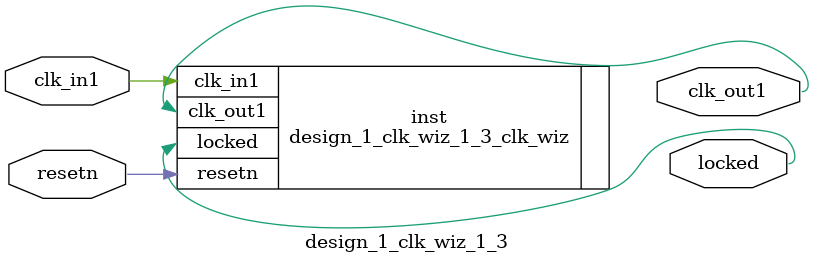
<source format=v>


`timescale 1ps/1ps

(* CORE_GENERATION_INFO = "design_1_clk_wiz_1_3,clk_wiz_v6_0_3_0_0,{component_name=design_1_clk_wiz_1_3,use_phase_alignment=true,use_min_o_jitter=false,use_max_i_jitter=false,use_dyn_phase_shift=false,use_inclk_switchover=false,use_dyn_reconfig=false,enable_axi=0,feedback_source=FDBK_AUTO,PRIMITIVE=MMCM,num_out_clk=1,clkin1_period=10.000,clkin2_period=10.000,use_power_down=false,use_reset=true,use_locked=true,use_inclk_stopped=false,feedback_type=SINGLE,CLOCK_MGR_TYPE=NA,manual_override=false}" *)

module design_1_clk_wiz_1_3 
 (
  // Clock out ports
  output        clk_out1,
  // Status and control signals
  input         resetn,
  output        locked,
 // Clock in ports
  input         clk_in1
 );

  design_1_clk_wiz_1_3_clk_wiz inst
  (
  // Clock out ports  
  .clk_out1(clk_out1),
  // Status and control signals               
  .resetn(resetn), 
  .locked(locked),
 // Clock in ports
  .clk_in1(clk_in1)
  );

endmodule

</source>
